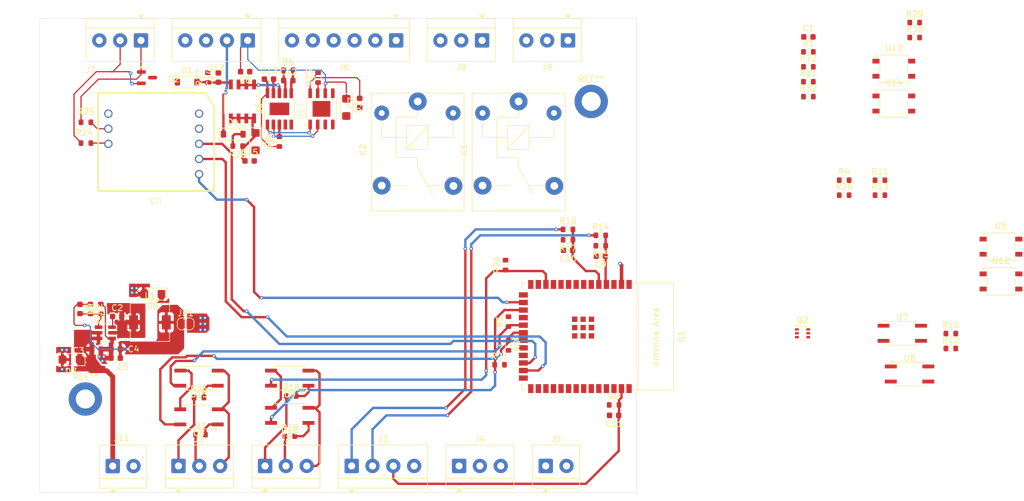
<source format=kicad_pcb>
(kicad_pcb (version 20241229) (generator "pcbnew") (generator_version "9.0")
  (layers (0 "F.Cu" signal) (4 "In1.Cu" signal) (6 "In2.Cu" signal) (2 "B.Cu" signal) (13 "F.Paste" user) (15 "B.Paste" user) (5 "F.SilkS" user "F.Silkscreen") (7 "B.SilkS" user "B.Silkscreen") (1 "F.Mask" user) (3 "B.Mask" user) (25 "Edge.Cuts" user))
  (net 0 "")
  (net 1 "+3.3V")
  (net 2 "/NIVARA_BOARD/VOLTAGE_AOUTPUT")
  (net 4 "/NIVARA_BOARD/mA_AOUTPUT+")
  (net 5 "Net-(D4-A)")
  (net 6 "Net-(D5-A1)")
  (net 7 "GND")
  (net 8 "Net-(U6-A0)")
  (net 9 "Net-(D6-A1)")
  (net 10 "Net-(Q2-1C)")
  (net 11 "Net-(Q2-2C)")
  (net 13 "Net-(R7-Pad2)")
  (net 14 "/NIVARA_BOARD/NPN_DINPUT_1")
  (net 15 "Net-(U1-EN)")
  (net 17 "Net-(R10-Pad2)")
  (net 18 "Net-(R12-Pad2)")
  (net 19 "/NIVARA_BOARD/PNP_DINPUT_0")
  (net 21 "Net-(R18-Pad2)")
  (net 22 "/NIVARA_BOARD/PNP_DINPUT_1")
  (net 23 "Net-(R19-Pad2)")
  (net 24 "Net-(R36-Pad2)")
  (net 26 "/NIVARA_BOARD/NPN_DINPUT_0")
  (net 28 "/NIVARA_BOARD/NPN_OUT_INTERFACE/NPN_EN1")
  (net 31 "/NIVARA_BOARD/PNP_OUT_INTERFACE/PNP_EN0")
  (net 33 "/NIVARA_BOARD/RS485_INTERFACE/UART_RX")
  (net 36 "/NIVARA_BOARD/~{RUN}{slash}STOP")
  (net 37 "/NIVARA_BOARD/RS485_INTERFACE/UART_TX")
  (net 39 "VCC")
  (net 40 "Net-(U2-SW)")
  (net 41 "Net-(U2-BST)")
  (net 42 "/NIVARA_BOARD/RS485_B")
  (net 44 "/NIVARA_BOARD/RS485_A")
  (net 45 "/NIVARA_BOARD/RS485_INTERFACE/~{TX}{slash}RX")
  (net 46 "/NIVARA_BOARD/RL2_OUTPUT_NC")
  (net 47 "/NIVARA_BOARD/RL2_OUTPUT_NO")
  (net 48 "/NIVARA_BOARD/RL2_COM")
  (net 49 "/NIVARA_BOARD/RL1_OUTPUT_NC")
  (net 50 "/NIVARA_BOARD/RL1_COM")
  (net 51 "/NIVARA_BOARD/RL1_OUTPUT_NO")
  (net 52 "/NIVARA_BOARD/RELAY_INTERFACE/RL2_EN")
  (net 53 "/NIVARA_BOARD/RELAY_INTERFACE/RL1_EN")
  (net 54 "/NIVARA_BOARD/VOLTAGE_AOUT_INTERFACE/SCLK")
  (net 55 "/NIVARA_BOARD/10V_AIN_INTERFACE/10V_ADC")
  (net 56 "/NIVARA_BOARD/VOLTAGE_AOUT_INTERFACE/SDA")
  (net 57 "/NIVARA_BOARD/VOLTAGE_AOUT_INTERFACE/SEL")
  (net 58 "/NIVARA_BOARD/mA_AINPUT")
  (net 59 "/NIVARA_BOARD/PNP_OUT_INTERFACE/PNP_EN1")
  (net 60 "/NIVARA_BOARD/PNP_IN_Mod/NPN_Output0")
  (net 61 "/NIVARA_BOARD/PNP_IN_Mod/NPN_Output1")
  (net 62 "/NIVARA_BOARD/DRY_INPUT_INTERFACE/DRY_OUT0")
  (net 63 "/NIVARA_BOARD/DRY_INPUT_INTERFACE/DRY_OUT1")
  (net 64 "/NIVARA_BOARD/NPN_OUT_INTERFACE/NPN_EN0")
  (net 66 "/NIVARA_BOARD/32V_AIN_INTERFACE/32V_ADC")
  (net 68 "Net-(U2-FB)")
  (net 69 "Net-(U3-B)")
  (net 70 "Net-(U3-A)")
  (net 71 "/NIVARA_BOARD/NPN_IN_Mod/NPN_Output1")
  (net 72 "NPNIN_GND")
  (net 73 "Net-(R4-Pad2)")
  (net 74 "/NIVARA_BOARD/NPN_DOUTPUT_0")
  (net 75 "Net-(U6-IOUT)")
  (net 76 "Net-(U6-SET)")
  (net 77 "Net-(U6-V5V)")
  (net 78 "/NIVARA_BOARD/DRY_DINPUT_0")
  (net 79 "/NIVARA_BOARD/DRY_DINPUT_1")
  (net 80 "PNPIN_GND")
  (net 81 "Net-(U11-V5V)")
  (net 82 "Net-(R26-Pad2)")
  (net 83 "/NIVARA_BOARD/PNP_DOUTPUT_0")
  (net 84 "Net-(R29-Pad2)")
  (net 85 "Net-(R30-Pad2)")
  (net 86 "/NIVARA_BOARD/PNP_DOUTPUT_1")
  (net 87 "/NIVARA_BOARD/NPN_IN_Mod/NPN_Output0")
  (net 88 "Net-(D1-A)")
  (net 89 "/NIVARA_BOARD/+32V_AINPUT")
  (net 90 "/NIVARA_BOARD/+10V_AINPUT")
  (net 91 "/NIVARA_BOARD/NPN_DOUTPUT_1")
  (footprint "Jumper:SolderJumper-2_P1.3mm_Open_RoundedPad1.0x1.5mm" (layer "F.Cu") (at 61.5 85.125)
    (property "Reference" "JP1")
    (property "Value" "SolderJumper_2_Open")
  )
  (footprint "PCM_Espressif:ESP32-S3-WROOM-1" (layer "F.Cu") (at 127.75 87.25 -90)
    (property "Reference" "U1")
    (property "Value" "ESP32-S3-WROOM-1")
  )
  (footprint "Resistor_SMD:R_0603_1608Metric" (layer "F.Cu") (at 77.25 54.5 90)
    (property "Reference" "R33")
    (property "Value" "10k")
  )
  (footprint "Diode_SMD:D_SOD-123" (layer "F.Cu") (at 69.5 53.25)
    (property "Reference" "D4")
    (property "Value" "1N4007")
  )
  (footprint "Resistor_SMD:R_0603_1608Metric" (layer "F.Cu") (at 125.75 71 180)
    (property "Reference" "R17")
    (property "Value" "16k")
  )
  (footprint "Resistor_SMD:R_0603_1608Metric" (layer "F.Cu") (at 125.75 69.25)
    (property "Reference" "R16")
    (property "Value" "51k")
  )
  (footprint "Resistor_SMD:R_0603_1608Metric" (layer "F.Cu") (at 45.5 82.625 -90)
    (property "Reference" "R2")
    (property "Value" "196k")
  )
  (footprint "TerminalBlock_4Ucon:TerminalBlock_4Ucon_1x02_P3.50mm_Horizontal" (layer "F.Cu") (at 122 109)
    (property "Reference" "J5")
    (property "Value" "Screw_Terminal_01x02")
  )
  (footprint "TerminalBlock_4Ucon:TerminalBlock_4Ucon_1x04_P3.50mm_Horizontal" (layer "F.Cu") (at 71.9375 37.5 180)
    (property "Reference" "J12")
    (property "Value" "Screw_Terminal_01x04")
  )
  (footprint "Resistor_SMD:R_0603_1608Metric" (layer "F.Cu") (at 79.25 97.25)
    (property "Reference" "R18")
    (property "Value" "910")
  )
  (footprint "Relay_THT:Relay_SPDT_SANYOU_SRD_Series_Form_C" (layer "F.Cu") (at 117.45 47.75 -90)
    (property "Reference" "K1")
    (property "Value" "SANYOU_SRD_Form_C")
  )
  (footprint "Resistor_SMD:R_0603_1608Metric" (layer "F.Cu") (at 70.25 55.25 180)
    (property "Reference" "R28")
    (property "Value" "15")
  )
  (footprint "Capacitor_SMD:C_0603_1608Metric" (layer "F.Cu") (at 50 83.875)
    (property "Reference" "C2")
    (property "Value" "100nF")
  )
  (footprint "Capacitor_SMD:C_0603_1608Metric" (layer "F.Cu") (at 75.5 44)
    (property "Reference" "C13")
    (property "Value" "1uF")
  )
  (footprint "Resistor_SMD:R_0603_1608Metric" (layer "F.Cu") (at 64 103.75)
    (property "Reference" "R7")
    (property "Value" "910")
  )
  (footprint "Package_TO_SOT_SMD:SOT-23" (layer "F.Cu") (at 55 43.75)
    (property "Reference" "D2")
    (property "Value" "SM712_SOT23")
  )
  (footprint "Resistor_SMD:R_0603_1608Metric" (layer "F.Cu") (at 115.75 84.75 90)
    (property "Reference" "R5")
    (property "Value" "412")
  )
  (footprint "Capacitor_SMD:C_0603_1608Metric" (layer "F.Cu") (at 72.25 57.75)
    (property "Reference" "C15")
    (property "Value" "100nF")
  )
  (footprint "Capacitor_SMD:C_0603_1608Metric" (layer "F.Cu") (at 166.145 36.91)
    (property "Reference" "C1")
    (property "Value" "1uF")
  )
  (footprint "Capacitor_SMD:C_0603_1608Metric" (layer "F.Cu") (at 133.5 100.5 180)
    (property "Reference" "C11")
    (property "Value" "100nF")
  )
  (footprint "TerminalBlock_4Ucon:TerminalBlock_4Ucon_1x03_P3.50mm_Horizontal" (layer "F.Cu") (at 125.75 37.5 180)
    (property "Reference" "J9")
    (property "Value" "Screw_Terminal_01x03")
  )
  (footprint "Capacitor_SMD:C_0603_1608Metric" (layer "F.Cu") (at 90.75 48 90)
    (property "Reference" "C7")
    (property "Value" "1uF")
  )
  (footprint "Package_TO_SOT_SMD:SOT-363_SC-70-6" (layer "F.Cu") (at 165.165 86.708)
    (property "Reference" "Q2")
    (property "Value" "~")
  )
  (footprint "Resistor_SMD:R_0603_1608Metric" (layer "F.Cu") (at 115.75 88.75 -90)
    (property "Reference" "R9")
    (property "Value" "412")
  )
  (footprint "Resistor_SMD:R_0603_1608Metric" (layer "F.Cu") (at 63.75 97.5)
    (property "Reference" "R36")
    (property "Value" "910")
  )
  (footprint "Resistor_SMD:R_0603_1608Metric" (layer "F.Cu") (at 184 37.01)
    (property "Reference" "R30")
    (property "Value" "100")
  )
  (footprint "Resistor_SMD:R_0603_1608Metric" (layer "F.Cu") (at 78.75 42.5)
    (property "Reference" "R6")
    (property "Value" "2.5k")
  )
  (footprint "Package_SO:SSOP-10-1EP_3.9x4.9mm_P1mm_EP2.1x3.3mm" (layer "F.Cu") (at 77.25 49 90)
    (property "Reference" "U6")
    (property "Value" "~")
  )
  (footprint "Capacitor_SMD:C_0603_1608Metric" (layer "F.Cu") (at 71.5 42.75 180)
    (property "Reference" "C8")
    (property "Value" "100nF")
  )
  (footprint "Riqi_Parts:eSOP-8" (layer "F.Cu") (at 81.1985 49.364 90)
    (property "Reference" "U11")
    (property "Value" "~")
  )
  (footprint "Package_SO:SO-4_4.4x3.6mm_P2.54mm" (layer "F.Cu") (at 63.75 94.25 180)
    (property "Reference" "U15")
    (property "Value" "LTV-357TB")
  )
  (footprint "Package_SO:SO-4_4.4x4.3mm_P2.54mm" (layer "F.Cu") (at 198.5 78)
    (property "Reference" "U12")
    (property "Value" "~")
  )
  (footprint "Package_SO:SO-4_4.4x3.6mm_P2.54mm" (layer "F.Cu") (at 63.75 100.75 180)
    (property "Reference" "U4")
    (property "Value" "LTV-357TB")
  )
  (footprint "Resistor_SMD:R_0603_1608Metric" (layer "F.Cu") (at 44.75 51.25 180)
    (property "Reference" "R25")
    (property "Value" "120")
  )
  (footprint "Resistor_SMD:R_0603_1608Metric" (layer "F.Cu") (at 172.155 60.99)
    (property "Reference" "R4")
    (property "Value" "100")
  )
  (footprint "Diode_SMD:D_SOD-123" (layer "F.Cu") (at 61.75 44.5)
    (property "Reference" "D1")
    (property "Value" "D_Zener")
  )
  (footprint "Capacitor_SMD:C_0603_1608Metric" (layer "F.Cu") (at 78.75 44.25)
    (property "Reference" "C12")
    (property "Value" "220pF")
  )
  (footprint "Resistor_SMD:R_0603_1608Metric" (layer "F.Cu") (at 65.25 43.75 90)
    (property "Reference" "R27")
    (property "Value" "100k")
  )
  (footprint "Resistor_SMD:R_0603_1608Metric" (layer "F.Cu") (at 133.5 98.75)
    (property "Reference" "R8")
    (property "Value" "120")
  )
  (footprint "TerminalBlock_4Ucon:TerminalBlock_4Ucon_1x03_P3.50mm_Horizontal" (layer "F.Cu") (at 107.45 109)
    (property "Reference" "J4")
    (property "Value" "Screw_Terminal_01x03")
  )
  (footprint "Diode_SMD:D_SMF" (layer "F.Cu") (at 88.5 48.75 -90)
    (property "Reference" "D3")
    (property "Value" "SMF24A")
  )
  (footprint "MountingHole:MountingHole_3.2mm_M3_DIN965_Pad" (layer "F.Cu") (at 129.65 47.75)
    (property "Reference" "REF**")
    (property "Value" "MountingHole_3.2mm_M3_DIN965_Pad")
  )
  (footprint "Diode_SMD:D_SMF" (layer "F.Cu") (at 42.25 91.125 180)
    (property "Reference" "D7")
    (property "Value" "SMF24A")
  )
  (footprint "TerminalBlock_4Ucon:TerminalBlock_4Ucon_1x03_P3.50mm_Horizontal" (layer "F.Cu") (at 60.3 109)
    (property "Reference" "J1")
    (property "Value" "Screw_Terminal_01x03")
  )
  (footprint "Riqi_Parts:YLPTEC RSM3485ECHT" (layer "F.Cu") (at 66.3 46.3 180)
    (property "Reference" "U3")
    (property "Value" "~")
  )
  (footprint "Relay_THT:Relay_SPDT_SANYOU_SRD_Series_Form_C" (layer "F.Cu") (at 100.5 47.75 -90)
    (property "Reference" "K2")
    (property "Value" "SANYOU_SRD_Form_C")
  )
  (footprint "Resistor_SMD:R_0603_1608Metric" (layer "F.Cu") (at 83.75 43.75 90)
    (property "Reference" "R23")
    (property "Value" "10k")
  )
  (footprint "Capacitor_SMD:C_0603_1608Metric" (layer "F.Cu") (at 131.25 73.75 180)
    (property "Reference" "C9")
    (property "Value" "100nF")
  )
  (footprint "Resistor_SMD:R_0603_1608Metric" (layer "F.Cu") (at 47.25 82.625 90)
    (property "Reference" "R3")
    (property "Value" "62k")
  )
  (footprint "TerminalBlock_4Ucon:TerminalBlock_4Ucon_1x03_P3.50mm_Horizontal" (layer "F.Cu") (at 54 37.5 180)
    (property "Reference" "J7")
    (property "Value" "Screw_Terminal_01x03")
  )
  (footprint "Resistor_SMD:R_0603_1608Metric" (layer "F.Cu") (at 44.75 54.75 180)
    (property "Reference" "R24")
    (property "Value" "120")
  )
  (footprint "Capacitor_SMD:C_0603_1608Metric" (layer "F.Cu") (at 49.75 90.875)
    (property "Reference" "C5")
    (property "Value" "22uF")
  )
  (footprint "Package_SO:SO-4_4.4x4.3mm_P2.54mm" (layer "F.Cu") (at 180.5 48.1)
    (property "Reference" "U14")
    (property "Value" "~")
  )
  (footprint "Resistor_SMD:R_0603_1608Metric" (layer "F.Cu") (at 79 104)
    (property "Reference" "R19")
    (property "Value" "910")
  )
  (footprint "Package_SO:SO-4_4.4x3.6mm_P2.54mm" (layer "F.Cu") (at 181.915 86.708)
    (property "Reference" "U7")
    (property "Value" "LTV-357TB")
  )
  (footprint "Package_SO:SO-4_4.4x4.3mm_P2.54mm" (layer "F.Cu") (at 180.5 42.25)
    (property "Reference" "U13")
    (property "Value" "~")
  )
  (footprint "Capacitor_SMD:C_0603_1608Metric" (layer "F.Cu") (at 43.75 82.625 -90)
    (property "Reference" "C6")
    (property "Value" "100pF")
  )
  (footprint "Capacitor_SMD:C_0603_1608Metric" (layer "F.Cu") (at 49.75 89.375)
    (property "Reference" "C4")
    (property "Value" "22uF")
  )
  (footprint "Capacitor_SMD:C_0603_1608Metric" (layer "F.Cu") (at 67 43.75 90)
    (property "Reference" "C14")
    (property "Value" "1uF")
  )
  (footprint "Resistor_SMD:R_0603_1608Metric" (layer "F.Cu") (at 114.25 92)
    (property "Reference" "R21")
    (property "Value" "412")
  )
  (footprint "TerminalBlock_4Ucon:TerminalBlock_4Ucon_1x02_P3.50mm_Horizontal" (layer "F.Cu") (at 49.25 109.0175)
    (property "Reference" "J11")
    (property "Value" "Screw_Terminal_01x02")
  )
  (footprint "Package_SO:SO-4_4.4x3.6mm_P2.54mm" (layer "F.Cu") (at 79 100.5 180)
    (property "Reference" "U10")
    (property "Value" "LTV-357TB")
  )
  (footprint "Inductor_SMD:L_6.3x6.3_H3" (layer "F.Cu") (at 55.5 84.875)
    (property "Reference" "L1")
    (property "Value" "6.8uH")
  )
  (footprint "Resistor_SMD:R_0603_1608Metric" (layer "F.Cu") (at 131.25 70.25)
    (property "Reference" "R14")
    (property "Value" "160k")
  )
  (footprint "Capacitor_SMD:C_0603_1608Metric" (layer "F.Cu") (at 46.5 89.375 180)
    (property "Reference" "C3")
    (property "Value" "10uF")
  )
  (footprint "Package_SO:SO-4_4.4x4.3mm_P2.54mm" (layer "F.Cu") (at 198.5 72.15)
    (property "Reference" "U5")
    (property "Value" "~")
  )
  (footprint "Package_SO:SO-4_4.4x3.6mm_P2.54mm" (layer "F.Cu") (at 79 94.25 180)
    (property "Reference" "U9")
    (property "Value" "LTV-357TB")
  )
  (footprint "Resistor_SMD:R_0603_1608Metric" (layer "F.Cu") (at 166.145 46.95)
    (property "Reference" "R32")
    (property "Value" "4.7k")
  )
  (footprint "Package_SO:SO-4_4.4x3.6mm_P2.54mm" (layer "F.Cu") (at 183.14 93.55)
    (property "Reference" "U8")
    (property "Value" "LTV-357TB")
  )
  (footprint "TerminalBlock_4Ucon:TerminalBlock_4Ucon_1x06_P3.50mm_Horizontal" (layer "F.Cu") (at 96.875 37.5 180)
    (property "Reference" "J6")
    (property "Value" "Screw_Terminal_01x06")
  )
  (footprint "Diode_SMD:D_SMF" (layer "F.Cu") (at 56 80.125 180)
    (property "Reference" "D6")
    (property "Value" "SMF24A")
  )
  (footprint "MountingHole:MountingHole_3.2mm_M3_DIN965_Pad" (layer "F.Cu") (at 44.65 97.75)
    (property "Reference" "REF**")
    (property "Value" "MountingHole_3.2mm_M3_DIN965_Pad")
  )
  (footprint "Resistor_SMD:R_0603_1608Metric" (layer "F.Cu") (at 166.145 39.42)
    (property "Reference" "R1")
    (property "Value" "10k")
  )
  (footprint "Resistor_SMD:R_0603_1608Metric" (layer "F.Cu") (at 190.07 86.75)
    (property "Reference" "R10")
    (property "Value" "910")
  )
  (footprint "Riqi_Parts:SO-8" (layer "F.Cu") (at 71 47.75 180)
    (property "Reference" "T1")
    (property "Value" "IRF9310TRPBF")
  )
  (footprint "Resistor_SMD:R_0603_1608Metric" (layer "F.Cu") (at 166.145 44.44)
    (property "Reference" "R31")
    (property "Value" "4.7k")
  )
  (footprint "TerminalBlock_4Ucon:TerminalBlock_4Ucon_1x03_P3.50mm_Horizontal" (layer "F.Cu") (at 111.3125 37.5 180)
    (property "Reference" "J8")
    (property "Value" "Screw_Terminal_01x03")
  )
  (footprint "Package_TO_SOT_SMD:TSOT-23-6" (layer "F.Cu") (at 48 86.625)
    (property "Reference" "U2")
    (property "Value" "AP63200WU")
  )
  (footprint "TerminalBlock_4Ucon:TerminalBlock_4Ucon_1x03_P3.50mm_Horizontal" (layer "F.Cu") (at 74.85 109)
    (property "Reference" "J2")
    (property "Value" "Screw_Terminal_01x03")
  )
  (footprint "Resistor_SMD:R_0603_1608Metric" (layer "F.Cu") (at 190.07 89.26)
    (property "Reference" "R12")
    (property "Value" "910")
  )
  (footprint "TerminalBlock_4Ucon:TerminalBlock_4Ucon_1x04_P3.50mm_Horizontal" (layer "F.Cu") (at 89.4 109)
    (property "Reference" "J3")
    (property "Value" "Screw_Terminal_01x04")
  )
  (footprint "Resistor_SMD:R_0603_1608Metric" (layer "F.Cu") (at 115.25 75.25 90)
    (property "Reference" "R20")
    (property "Value" "412")
  )
  (footprint "Resistor_SMD:R_0603_1608Metric" (layer "F.Cu") (at 172.155 63.5)
    (property "Reference" "R26")
    (property "Value" "100")
  )
  (footprint "Resistor_SMD:R_0603_1608Metric" (layer "F.Cu") (at 178.165 60.99)
    (property "Reference" "R11")
    (property "Value" "412")
  )
  (footprint "Resistor_SMD:R_0603_1608Metric" (layer "F.Cu") (at 184 34.5)
    (property "Reference" "R29")
    (property "Value" "100")
  )
  (footprint "Resistor_SMD:R_0603_1608Metric" (layer "F.Cu") (at 131.25 72 180)
    (property "Reference" "R15")
    (property "Value" "13k")
  )
  (footprint "Diode_SMD:D_SMF" (layer "F.Cu") (at 73.25 54.5 -90)
    (property "Reference" "D5")
    (property "Value" "SMF24A")
  )
  (footprint "Resistor_SMD:R_0603_1608Metric" (layer "F.Cu") (at 166.145 41.93)
    (property "Reference" "R22")
    (property "Value" "10k")
  )
  (footprint "Capacitor_SMD:C_0603_1608Metric" (layer "F.Cu") (at 125.75 72.75 180)
    (property "Reference" "C10")
    (property "Value" "100nF")
  )
  (footprint "Resistor_SMD:R_0603_1608Metric" (layer "F.Cu") (at 178.165 63.5)
    (property "Reference" "R13")
    (property "Value" "412")
  )
  (gr_rect (start 37 33.75) (end 137.25 113.5) (stroke (width 0.05)) (fill no) (layer "Edge.Cuts"))
  (segment (start 134.5 75) (end 134.75 75.25) (width 0.6) (layer "F.Cu") (net 1))
  (segment (start 134.75 78.49) (end 134.74 78.5) (width 0.6) (layer "F.Cu") (net 1))
  (segment (start 134.75 75.25) (end 134.75 78.49) (width 0.6) (layer "F.Cu") (net 1))
  (via (at 64.75 85.125) (size 0.6) (drill 0.3) (layers "F.Cu" "B.Cu") (net 1))
  (via (at 64 86.125) (size 0.6) (drill 0.3) (layers "F.Cu" "B.Cu") (net 1))
  (via (at 64.75 86.125) (size 0.6) (drill 0.3) (layers "F.Cu" "B.Cu") (net 1))
  (via (at 64.75 84.125) (size 0.6) (drill 0.3) (layers "F.Cu" "B.Cu") (net 1))
  (via (at 64 85.125) (size 0.6) (drill 0.3) (layers "F.Cu" "B.Cu") (net 1))
  (via (at 134.5 75) (size 0.6) (drill 0.3) (layers "F.Cu" "B.Cu") (net 1))
  (via (at 64 84.125) (size 0.6) (drill 0.3) (layers "F.Cu" "B.Cu") (net 1))
  (segment (start 70.725 42.75) (end 70.725 38.7125) (width 0.2) (layer "F.Cu") (net 2))
  (segment (start 70.725 38.7125) (end 71.9375 37.5) (width 0.2) (layer "F.Cu") (net 2))
  (segment (start 88.25 44.5) (end 85.25 44.5) (width 0.2) (layer "F.Cu") (net 2))
  (segment (start 85 44.75) (end 84.9615 44.7885) (width 0.2) (layer "F.Cu") (net 2))
  (segment (start 88.5 47.3) (end 88.5 44.75) (width 0.2) (layer "F.Cu") (net 2))
  (segment (start 85.25 44.5) (end 85 44.75) (width 0.2) (layer "F.Cu") (net 2))
  (segment (start 88.5 44.75) (end 88.25 44.5) (width 0.2) (layer "F.Cu") (net 2))
  (segment (start 84.9615 44.7885) (end 84.9615 46.375) (width 0.2) (layer "F.Cu") (net 2))
  (via (at 85 44.75) (size 0.6) (drill 0.3) (layers "F.Cu" "B.Cu") (net 2))
  (segment (start 71.9375 37.5) (end 71.9375 40.6875) (width 0.2) (layer "B.Cu") (net 2))
  (segment (start 85 43.25) (end 85 44.75) (width 0.2) (layer "B.Cu") (net 2))
  (segment (start 73.75 42.5) (end 84.25 42.5) (width 0.2) (layer "B.Cu") (net 2))
  (segment (start 71.9375 40.6875) (end 73.75 42.5) (width 0.2) (layer "B.Cu") (net 2))
  (segment (start 84.25 42.5) (end 85 43.25) (width 0.2) (layer "B.Cu") (net 2))
  (segment (start 67.85 46.65) (end 68.25 46.25) (width 0.4) (layer "F.Cu") (net 4))
  (segment (start 67.85 53.25) (end 67.85 46.65) (width 0.4) (layer "F.Cu") (net 4))
  (via (at 68.25 46.25) (size 0.6) (drill 0.3) (layers "F.Cu" "B.Cu") (net 4))
  (segment (start 68.25 46.25) (end 68.25 45.75) (width 0.4) (layer "B.Cu") (net 4))
  (segment (start 68.4375 45.5625) (end 68.4375 37.5) (width 0.4) (layer "B.Cu") (net 4))
  (segment (start 68.25 45.75) (end 68.4375 45.5625) (width 0.4) (layer "B.Cu") (net 4))
  (segment (start 69.425 55.25) (end 69.425 53.575) (width 0.4) (layer "F.Cu") (net 5))
  (segment (start 69.75 53.25) (end 71.15 53.25) (width 0.4) (layer "F.Cu") (net 5))
  (segment (start 69.425 53.575) (end 69.75 53.25) (width 0.4) (layer "F.Cu") (net 5))
  (segment (start 72.75 53.05) (end 72.75 50.8) (width 0.4) (layer "F.Cu") (net 6))
  (segment (start 71.075 55.25) (end 71.075 57.35) (width 0.4) (layer "F.Cu") (net 6))
  (segment (start 72.75 50.8) (end 73 50.55) (width 0.4) (layer "F.Cu") (net 6))
  (segment (start 71.5 55.25) (end 73.25 53.5) (width 0.4) (layer "F.Cu") (net 6))
  (segment (start 69.1 50.55) (end 73 50.55) (width 0.4) (layer "F.Cu") (net 6))
  (segment (start 71.075 57.35) (end 71.475 57.75) (width 0.4) (layer "F.Cu") (net 6))
  (segment (start 71.075 55.25) (end 71.5 55.25) (width 0.4) (layer "F.Cu") (net 6))
  (segment (start 73.25 53.5) (end 73.25 53.05) (width 0.4) (layer "F.Cu") (net 6))
  (segment (start 76.25 44.025) (end 76.275 44) (width 0.4) (layer "F.Cu") (net 7))
  (segment (start 79.525 44.25) (end 79.525 42.55) (width 0.4) (layer "F.Cu") (net 7))
  (segment (start 76.48 92.98) (end 77.5 94) (width 0.4) (layer "F.Cu") (net 7))
  (segment (start 48.475001 87.575) (end 49.1375 87.575) (width 0.2) (layer "F.Cu") (net 7))
  (segment (start 79.25 44.525) (end 79.525 44.25) (width 0.4) (layer "F.Cu") (net 7))
  (segment (start 48.026 87.125999) (end 48.475001 87.575) (width 0.2) (layer "F.Cu") (net 7))
  (segment (start 47.25 81.8) (end 47.425 81.8) (width 0.2) (layer "F.Cu") (net 7))
  (segment (start 48.026 82.401) (end 48.026 87.125999) (width 0.2) (layer "F.Cu") (net 7))
  (segment (start 47.425 81.8) (end 48.026 82.401) (width 0.2) (layer "F.Cu") (net 7))
  (segment (start 60.6 92.98) (end 61.98 92.98) (width 0.4) (layer "F.Cu") (net 7))
  (segment (start 62.5 93.5) (end 62.5 95.75) (width 0.4) (layer "F.Cu") (net 7))
  (segment (start 79.25 46.3625) (end 79.25 44.525) (width 0.4) (layer "F.Cu") (net 7))
  (segment (start 76.25 46.3625) (end 76.25 44.025) (width 0.4) (layer "F.Cu") (net 7))
  (segment (start 77.5 94) (end 77.5 97.75) (width 0.4) (layer "F.Cu") (net 7))
  (segment (start 61.98 92.98) (end 62.5 93.5) (width 0.4) (layer "F.Cu") (net 7))
  (segment (start 62.5 95.75) (end 60.6 97.65) (width 0.4) (layer "F.Cu") (net 7))
  (segment (start 76.02 99.23) (end 75.85 99.23) (width 0.4) (layer "F.Cu") (net 7))
  (segment (start 60.6 97.65) (end 60.6 99.48) (width 0.4) (layer "F.Cu") (net 7))
  (segment (start 79.525 42.55) (end 79.575 42.5) (width 0.4) (layer "F.Cu") (net 7))
  (segment (start 75.85 92.98) (end 76.48 92.98) (width 0.4) (layer "F.Cu") (net 7))
  (segment (start 77.5 97.75) (end 76.02 99.23) (width 0.4) (layer "F.Cu") (net 7))
  (via (at 53.25 79.875) (size 0.6) (drill 0.3) (layers "F.Cu" "B.Cu") (net 7))
  (via (at 47 90.625) (size 0.6) (drill 0.3) (layers "F.Cu" "B.Cu") (net 7))
  (via (at 52.5 79.125) (size 0.6) (drill 0.3) (layers "F.Cu" "B.Cu") (net 7))
  (via (at 40.75 92.75) (size 0.6) (drill 0.3) (layers "F.Cu" "B.Cu") (net 7))
  (via (at 41.5 89.5) (size 0.6) (drill 0.3) (layers "F.Cu" "B.Cu") (net 7))
  (via (at 47.5 91.375) (size 0.6) (drill 0.3) (layers "F.Cu" "B.Cu") (net 7))
  (via (at 41.5 92.75) (size 0.6) (drill 0.3) (layers "F.Cu" "B.Cu") (net 7))
  (via (at 40.75 89.5) (size 0.6) (drill 0.3) (layers "F.Cu" "B.Cu") (net 7))
  (via (at 52.5 79.875) (size 0.6) (drill 0.3) (layers "F.Cu" "B.Cu") (net 7))
  (via (at 53.25 79.125) (size 0.6) (drill 0.3) (layers "F.Cu" "B.Cu") (net 7))
  (via (at 47.75 90.625) (size 0.6) (drill 0.3) (layers "F.Cu" "B.Cu") (net 7))
  (segment (start 77.25 53.675) (end 77.25 51.6375) (width 0.4) (layer "F.Cu") (net 8))
  (segment (start 42.75 85.125) (end 43 85.375) (width 0.2) (layer "F.Cu") (net 9))
  (segment (start 57.5 89.375) (end 58.25 88.625) (width 0.2) (layer "F.Cu") (net 9))
  (segment (start 43.75 81.85) (end 45.45 81.85) (width 0.2) (layer "F.Cu") (net 9))
  (segment (start 43.75 81.85) (end 43.275 81.85) (width 0.2) (layer "F.Cu") (net 9))
  (segment (start 58.25 88.625) (end 58.25 84.875) (width 0.2) (layer "F.Cu") (net 9))
  (segment (start 51.75 89.375) (end 50.525 89.375) (width 0.2) (layer "F.Cu") (net 9))
  (segment (start 43.275 81.85) (end 42.75 82.375) (width 0.2) (layer "F.Cu") (net 9))
  (segment (start 50.525 90.875) (end 50.525 89.375) (width 0.2) (layer "F.Cu") (net 9))
  (segment (start 45.45 81.85) (end 45.5 81.8) (width 0.2) (layer "F.Cu") (net 9))
  (segment (start 42.75 82.375) (end 42.75 85.125) (width 0.2) (layer "F.Cu") (net 9))
  (segment (start 43 85.375) (end 44.5 85.375) (width 0.2) (layer "F.Cu") (net 9))
  (segment (start 52.5 89.375) (end 57.5 89.375) (width 0.2) (layer "F.Cu") (net 9))
  (segment (start 51.75 89.375) (end 52.5 89.375) (width 0.2) (layer "F.Cu") (net 9))
  (via (at 51.75 89.375) (size 0.6) (drill 0.3) (layers "F.Cu" "B.Cu") (net 9))
  (via (at 44.5 85.375) (size 0.6) (drill 0.3) (layers "F.Cu" "B.Cu") (net 9))
  (segment (start 45.5 85.625) (end 45.5 88.125) (width 0.2) (layer "B.Cu") (net 9))
  (segment (start 45.25 85.375) (end 45.5 85.625) (width 0.2) (layer "B.Cu") (net 9))
  (segment (start 46.75 89.375) (end 51.75 89.375) (width 0.2) (layer "B.Cu") (net 9))
  (segment (start 44.5 85.375) (end 45.25 85.375) (width 0.2) (layer "B.Cu") (net 9))
  (segment (start 45.5 88.125) (end 46.75 89.375) (width 0.2) (layer "B.Cu") (net 9))
  (segment (start 65.48 102.02) (end 66.9 102.02) (width 0.4) (layer "F.Cu") (net 13))
  (segment (start 64.825 103.75) (end 64.825 102.675) (width 0.4) (layer "F.Cu") (net 13))
  (segment (start 64.825 102.675) (end 65.48 102.02) (width 0.4) (layer "F.Cu") (net 13))
  (segment (start 63.175 103.75) (end 63.175 108.375) (width 0.4) (layer "F.Cu") (net 14))
  (segment (start 63.175 108.375) (end 63.8 109) (width 0.4) (layer "F.Cu") (net 14))
  (segment (start 78.425 97.25) (end 78.425 102.325) (width 0.4) (layer "F.Cu") (net 19))
  (segment (start 74.85 105.9) (end 74.85 109) (width 0.4) (layer "F.Cu") (net 19))
  (segment (start 78.425 102.325) (end 74.85 105.9) (width 0.4) (layer "F.Cu") (net 19))
  (segment (start 81.5 97.25) (end 82.15 96.6) (width 0.4) (layer "F.Cu") (net 21))
  (segment (start 80.075 97.25) (end 81.5 97.25) (width 0.4) (layer "F.Cu") (net 21))
  (segment (start 82.15 96.6) (end 82.15 95.52) (width 0.4) (layer "F.Cu") (net 21))
  (segment (start 78.175 108.825) (end 78.35 109) (width 0.4) (layer "F.Cu") (net 22))
  (segment (start 78.175 104) (end 78.175 108.825) (width 0.4) (layer "F.Cu") (net 22))
  (segment (start 79.825 104) (end 81.25 104) (width 0.4) (layer "F.Cu") (net 23))
  (segment (start 81.25 104) (end 82.15 103.1) (width 0.4) (layer "F.Cu") (net 23))
  (segment (start 82.15 103.1) (end 82.15 101.77) (width 0.4) (layer "F.Cu") (net 23))
  (segment (start 65.23 95.52) (end 66.9 95.52) (width 0.4) (layer "F.Cu") (net 24))
  (segment (start 64.575 96.175) (end 65.23 95.52) (width 0.4) (layer "F.Cu") (net 24))
  (segment (start 64.575 97.5) (end 64.575 96.175) (width 0.4) (layer "F.Cu") (net 24))
  (segment (start 60.3 104.7) (end 60.3 109) (width 0.4) (layer "F.Cu") (net 26))
  (segment (start 62.925 102.075) (end 60.3 104.7) (width 0.4) (layer "F.Cu") (net 26))
  (segment (start 62.925 97.5) (end 62.925 102.075) (width 0.4) (layer "F.Cu") (net 26))
  (segment (start 74.5 84) (end 75.25 84) (width 0.4) (layer "F.Cu") (net 33))
  (segment (start 63.76 57.42) (end 67.67 57.42) (width 0.4) (layer "F.Cu") (net 33))
  (segment (start 120.785 92.965) (end 118.25 92.965) (width 0.4) (layer "F.Cu") (net 33))
  (segment (start 121.5 92.25) (end 120.785 92.965) (width 0.4) (layer "F.Cu") (net 33))
  (segment (start 67.67 57.42) (end 68.25 58) (width 0.4) (layer "F.Cu") (net 33))
  (segment (start 68.25 58) (end 68.25 81.349942) (width 0.4) (layer "F.Cu") (net 33))
  (segment (start 70.900058 84) (end 74.5 84) (width 0.4) (layer "F.Cu") (net 33))
  (segment (start 68.25 81.349942) (end 70.900058 84) (width 0.4) (layer "F.Cu") (net 33))
  (via (at 121.5 92.25) (size 0.6) (drill 0.3) (layers "F.Cu" "B.Cu") (net 33))
  (via (at 75.25 84) (size 0.6) (drill 0.3) (layers "F.Cu" "B.Cu") (net 33))
  (segment (start 78.5 87.25) (end 121 87.25) (width 0.4) (layer "B.Cu") (net 33))
  (segment (start 122 91.75) (end 121.5 92.25) (width 0.4) (layer "B.Cu") (net 33))
  (segment (start 75.25 84) (end 78.5 87.25) (width 0.4) (layer "B.Cu") (net 33))
  (segment (start 122 88.25) (end 122 91.25) (width 0.4) (layer "B.Cu") (net 33))
  (segment (start 122 91.25) (end 122 91.75) (width 0.4) (layer "B.Cu") (net 33))
  (segment (start 121 87.25) (end 122 88.25) (width 0.4) (layer "B.Cu") (net 33))
  (segment (start 67.63 54.88) (end 69.25 56.5) (width 0.4) (layer "F.Cu") (net 37))
  (segment (start 119.305 91.695) (end 118.25 91.695) (width 0.4) (layer "F.Cu") (net 37))
  (segment (start 120.25 90.75) (end 119.305 91.695) (width 0.4) (layer "F.Cu") (net 37))
  (segment (start 69.25 81) (end 71.25 83) (width 0.4) (layer "F.Cu") (net 37))
  (segment (start 71.25 83) (end 71.75 83) (width 0.4) (layer "F.Cu") (net 37))
  (segment (start 69.25 56.5) (end 69.25 81) (width 0.4) (layer "F.Cu") (net 37))
  (segment (start 63.76 54.88) (end 67.63 54.88) (width 0.4) (layer "F.Cu") (net 37))
  (via (at 120.25 90.75) (size 0.6) (drill 0.3) (layers "F.Cu" "B.Cu") (net 37))
  (via (at 71.75 83) (size 0.6) (drill 0.3) (layers "F.Cu" "B.Cu") (net 37))
  (segment (start 71.75 83) (end 77.25 88.5) (width 0.4) (layer "B.Cu") (net 37))
  (segment (start 120.25 88.5) (end 120.25 90.75) (width 0.4) (layer "B.Cu") (net 37))
  (segment (start 77.25 88.5) (end 106 88.5) (width 0.4) (layer "B.Cu") (net 37))
  (segment (start 106 88.5) (end 106.5 88) (width 0.4) (layer "B.Cu") (net 37))
  (segment (start 106.5 88) (end 119.75 88) (width 0.4) (layer "B.Cu") (net 37))
  (segment (start 119.75 88) (end 120.25 88.5) (width 0.4) (layer "B.Cu") (net 37))
  (segment (start 49.25 94) (end 48.25 93) (width 0.8) (layer "F.Cu") (net 39))
  (segment (start 45.575 93) (end 43.7 91.125) (width 0.8) (layer "F.Cu") (net 39))
  (segment (start 48.25 93) (end 45.575 93) (width 0.8) (layer "F.Cu") (net 39))
  (segment (start 49.25 109.0175) (end 49.25 94) (width 0.8) (layer "F.Cu") (net 39))
  (segment (start 49.225 83.875) (end 49.225 85.5875) (width 0.2) (layer "F.Cu") (net 41))
  (segment (start 49.225 85.5875) (end 49.1375 85.675) (width 0.2) (layer "F.Cu") (net 41))
  (segment (start 52 42.75) (end 52.25 43) (width 0.2) (layer "F.Cu") (net 42))
  (segment (start 54.0125 44.75) (end 54.0625 44.7) (width 0.2) (layer "F.Cu") (net 42))
  (segment (start 52.5 44.75) (end 54.0125 44.75) (width 0.2) (layer "F.Cu") (net 42))
  (segment (start 50.05 37.95) (end 50.5 37.5) (width 0.2) (layer "F.Cu") (net 42))
  (segment (start 49 42.75) (end 52 42.75) (width 0.2) (layer "F.Cu") (net 42))
  (segment (start 42.75 53.5) (end 42.75 46.5) (width 0.2) (layer "F.Cu") (net 42))
  (segment (start 50.5 41.5) (end 50.5 37.5) (width 0.2) (layer "F.Cu") (net 42))
  (segment (start 49 42.75) (end 49.25 42.75) (width 0.2) (layer "F.Cu") (net 42))
  (segment (start 42.75 46.5) (end 46.5 42.75) (width 0.2) (layer "F.Cu") (net 42))
  (segment (start 49.25 42.75) (end 50.5 41.5) (width 0.2) (layer "F.Cu") (net 42))
  (segment (start 46.5 42.75) (end 49 42.75) (width 0.2) (layer "F.Cu") (net 42))
  (segment (start 43.925 54.75) (end 43.925 54.675) (width 0.2) (layer "F.Cu") (net 42))
  (segment (start 43.925 54.675) (end 42.75 53.5) (width 0.2) (layer "F.Cu") (net 42))
  (via (at 52.25 43) (size 0.6) (drill 0.3) (layers "F.Cu" "B.Cu") (net 42))
  (via (at 52.5 44.75) (size 0.6) (drill 0.3) (layers "F.Cu" "B.Cu") (net 42))
  (segment (start 52.25 44.5) (end 52.5 44.75) (width 0.2) (layer "B.Cu") (net 42))
  (segment (start 52.25 43) (end 52.25 44.5) (width 0.2) (layer "B.Cu") (net 42))
  (segment (start 54 43.25) (end 53.25 44) (width 0.2) (layer "F.Cu") (net 44))
  (segment (start 46.85 44) (end 43.925 46.925) (width 0.2) (layer "F.Cu") (net 44))
  (segment (start 43.925 46.925) (end 43.925 51.25) (width 0.2) (layer "F.Cu") (net 44))
  (segment (start 54 37.5) (end 54 43.25) (width 0.2) (layer "F.Cu") (net 44))
  (segment (start 53.25 44) (end 46.85 44) (width 0.2) (layer "F.Cu") (net 44))
  (segment (start 73 79.75) (end 74 80.75) (width 0.4) (layer "F.Cu") (net 45))
  (segment (start 118.215 81.5) (end 118.25 81.535) (width 0.4) (layer "F.Cu") (net 45))
  (segment (start 73 65.5) (end 73 79.75) (width 0.4) (layer "F.Cu") (net 45))
  (segment (start 115.5 81.5) (end 118.215 81.5) (width 0.4) (layer "F.Cu") (net 45))
  (segment (start 72.5 65) (end 73 65.5) (width 0.4) (layer "F.Cu") (net 45))
  (segment (start 74 80.75) (end 74.25 80.75) (width 0.4) (layer "F.Cu") (net 45))
  (segment (start 71.75 64.25) (end 72.5 65) (width 0.4) (layer "F.Cu") (net 45))
  (via (at 74.25 80.75) (size 0.6) (drill 0.3) (layers "F.Cu" "B.Cu") (net 45))
  (via (at 115.5 81.5) (size 0.6) (drill 0.3) (layers "F.Cu" "B.Cu") (net 45))
  (via (at 71.75 64.25) (size 0.6) (drill 0.3) (layers "F.Cu" "B.Cu") (net 45))
  (segment (start 114.75 81.5) (end 115.5 81.5) (width 0.4) (layer "B.Cu") (net 45))
  (segment (start 66.75 64.25) (end 71.75 64.25) (width 0.4) (layer "B.Cu") (net 45))
  (segment (start 74.25 80.75) (end 114 80.75) (width 0.4) (layer "B.Cu") (net 45))
  (segment (start 63.76 59.96) (end 63.76 61.26) (width 0.4) (layer "B.Cu") (net 45))
  (segment (start 114 80.75) (end 114.75 81.5) (width 0.4) (layer "B.Cu") (net 45))
  (segment (start 63.76 61.26) (end 66.75 64.25) (width 0.4) (layer "B.Cu") (net 45))
  (segment (start 75.75 53) (end 75.25 52.5) (width 0.2) (layer "F.Cu") (net 54))
  (segment (start 75.25 52.5) (end 75.25 51.6375) (width 0.2) (layer "F.Cu") (net 54))
  (segment (start 82.4215 51.625) (end 82.4215 52.8285) (width 0.2) (layer "F.Cu") (net 54))
  (segment (start 82.4215 52.8285) (end 82.25 53) (width 0.2) (layer "F.Cu") (net 54))
  (via (at 82.25 53) (size 0.6) (drill 0.3) (layers "F.Cu" "B.Cu") (net 54))
  (via (at 75.75 53) (size 0.6) (drill 0.3) (layers "F.Cu" "B.Cu") (net 54))
  (segment (start 82.25 53) (end 75.75 53) (width 0.2) (layer "B.Cu") (net 54))
  (segment (start 126.575 72.7) (end 126.525 72.75) (width 0.4) (layer "F.Cu") (net 55))
  (segment (start 130.36 76.25) (end 130.93 76.82) (width 0.4) (layer "F.Cu") (net 55))
  (segment (start 130.93 76.82) (end 130.93 78.5) (width 0.4) (layer "F.Cu") (net 55))
  (segment (start 126.575 69.25) (end 126.575 72.7) (width 0.4) (layer "F.Cu") (net 55))
  (segment (start 126.525 72.75) (end 126.525 74.025) (width 0.4) (layer "F.Cu") (net 55))
  (segment (start 126.525 74.025) (end 128.75 76.25) (width 0.4) (layer "F.Cu") (net 55))
  (segment (start 128.75 76.25) (end 130.36 76.25) (width 0.4) (layer "F.Cu") (net 55))
  (segment (start 83.6915 51.625) (end 83.6915 52.689874) (width 0.2) (layer "F.Cu") (net 56))
  (segment (start 76.275 53.603634) (end 76.351 53.527634) (width 0.2) (layer "F.Cu") (net 56))
  (segment (start 76.351 51.7385) (end 76.25 51.6375) (width 0.2) (layer "F.Cu") (net 56))
  (segment (start 83.6915 52.689874) (end 82.815687 53.565687) (width 0.2) (layer "F.Cu") (net 56))
  (segment (start 76.351 53.527634) (end 76.351 51.7385) (width 0.2) (layer "F.Cu") (net 56))
  (via (at 76.275 53.603634) (size 0.6) (drill 0.3) (layers "F.Cu" "B.Cu") (net 56))
  (via (at 82.815687 53.565687) (size 0.6) (drill 0.3) (layers "F.Cu" "B.Cu") (net 56))
  (segment (start 82.77774 53.603634) (end 76.275 53.603634) (width 0.2) (layer "B.Cu") (net 56))
  (segment (start 82.815687 53.565687) (end 82.77774 53.603634) (width 0.2) (layer "B.Cu") (net 56))
  (segment (start 83.75 46.3165) (end 83.6915 46.375) (width 0.2) (layer "F.Cu") (net 57))
  (segment (start 83.75 44.575) (end 83.75 46.3165) (width 0.2) (layer "F.Cu") (net 57))
  (segment (start 134.325 97.925) (end 134.325 98.75) (width 0.4) (layer "F.Cu") (net 58))
  (segment (start 134.74 96) (end 134.74 97.51) (width 0.4) (layer "F.Cu") (net 58))
  (segment (start 134.74 97.51) (end 134.325 97.925) (width 0.4) (layer "F.Cu") (net 58))
  (segment (start 97.25 112) (end 96.4 111.15) (width 0.4) (layer "F.Cu") (net 58))
  (segment (start 134.325 100.45) (end 134.275 100.5) (width 0.4) (layer "F.Cu") (net 58))
  (segment (start 134.275 100.5) (end 134.275 106.475) (width 0.4) (layer "F.Cu") (net 58))
  (segment (start 96.4 111.15) (end 96.4 109) (width 0.4) (layer "F.Cu") (net 58))
  (segment (start 134.325 98.75) (end 134.325 100.45) (width 0.4) (layer "F.Cu") (net 58))
  (segment (start 128.75 112) (end 97.25 112) (width 0.4) (layer "F.Cu") (net 58))
  (segment (start 134.275 106.475) (end 128.75 112) (width 0.4) (layer "F.Cu") (net 58))
  (segment (start 75.85 94.65) (end 76 94.5) (width 0.4) (layer "F.Cu") (net 60))
  (segment (start 112 93) (end 112 77.5) (width 0.4) (layer "F.Cu") (net 60))
  (segment (start 122.04 76.79) (end 122.04 78.5) (width 0.4) (layer "F.Cu") (net 60))
  (segment (start 121.5 76.25) (end 122.04 76.79) (width 0.4) (layer "F.Cu") (net 60))
  (segment (start 112 77.5) (end 113.25 76.25) (width 0.4) (layer "F.Cu") (net 60))
  (segment (start 75.85 95.52) (end 75.85 94.65) (width 0.4) (layer "F.Cu") (net 60))
  (segment (start 113.25 76.25) (end 121.5 76.25) (width 0.4) (layer "F.Cu") (net 60))
  (via (at 112 93) (size 0.6) (drill 0.3) (layers "F.Cu" "B.Cu") (net 60))
  (via (at 76 94.5) (size 0.6) (drill 0.3) (layers "F.Cu" "B.Cu") (net 60))
  (segment (start 112 93.75) (end 111.25 94.5) (width 0.4) (layer "B.Cu") (net 60))
  (segment (start 112 93) (end 112 93.75) (width 0.4) (layer "B.Cu") (net 60))
  (segment (start 111.25 94.5) (end 76 94.5) (width 0.4) (layer "B.Cu") (net 60))
  (segment (start 75.85 100.9) (end 76 100.75) (width 0.4) (layer "F.Cu") (net 61))
  (segment (start 113.5 93.25) (end 113.5 84.36) (width 0.4) (layer "F.Cu") (net 61))
  (segment (start 113.5 84.36) (end 115.055 82.805) (width 0.4) (layer "F.Cu") (net 61))
  (segment (start 75.85 101.77) (end 75.85 100.9) (width 0.4) (layer "F.Cu") (net 61))
  (segment (start 115.055 82.805) (end 118.25 82.805) (width 0.4) (layer "F.Cu") (net 61))
  (via (at 76 100.75) (size 0.6) (drill 0.3) (layers "F.Cu" "B.Cu") (net 61))
  (via (at 113.5 93.25) (size 0.6) (drill 0.3) (layers "F.Cu" "B.Cu") (net 61))
  (segment (start 80.5 96.25) (end 112.75 96.25) (width 0.4) (layer "B.Cu") (net 61))
  (segment (start 112.75 96.25) (end 113.5 95.5) (width 0.4) (layer "B.Cu") (net 61))
  (segment (start 76 100.75) (end 80.5 96.25) (width 0.4) (layer "B.Cu") (net 61))
  (segment (start 113.5 95.5) (end 113.5 93.25) (width 0.4) (layer "B.Cu") (net 61))
  (segment (start 132.075 78.375) (end 132.2 78.5) (width 0.4) (layer "F.Cu") (net 66))
  (segment (start 132.075 70.25) (end 132.075 78.375) (width 0.4) (layer "F.Cu") (net 66))
  (segment (start 43.8 83.45) (end 43.75 83.4) (width 0.2) (layer "F.Cu") (net 68))
  (segment (start 47.25 84.375) (end 47.25 83.45) (width 0.2) (layer "F.Cu") (net 68))
  (segment (start 46.8625 84.7625) (end 47.25 84.375) (width 0.2) (layer "F.Cu") (net 68))
  (segment (start 46.8625 85.675) (end 46.8625 84.7625) (width 0.2) (layer "F.Cu") (net 68))
  (segment (start 47.25 83.45) (end 43.8 83.45) (width 0.2) (layer "F.Cu") (net 68))
  (segment (start 48.39 54.75) (end 48.52 54.88) (width 0.2) (layer "F.Cu") (net 69))
  (segment (start 45.575 54.75) (end 48.39 54.75) (width 0.2) (layer "F.Cu") (net 69))
  (segment (start 48.52 52.34) (end 46.665 52.34) (width 0.2) (layer "F.Cu") (net 70))
  (segment (start 46.665 52.34) (end 45.575 51.25) (width 0.2) (layer "F.Cu") (net 70))
  (segment (start 115.75 88.241364) (end 115.75 87.925) (width 0.4) (layer "F.Cu") (net 71))
  (segment (start 57.75 101.75) (end 57.25 101.25) (width 0.4) (layer "F.Cu") (net 71))
  (segment (start 60.6 102.02) (end 58.02 102.02) (width 0.4) (layer "F.Cu") (net 71))
  (segment (start 58.02 102.02) (end 57.75 101.75) (width 0.4) (layer "F.Cu") (net 71))
  (segment (start 114.5 89.491364) (end 115.75 88.241364) (width 0.4) (layer "F.Cu") (net 71))
  (segment (start 61.5 90.75) (end 61.75 90.5) (width 0.4) (layer "F.Cu") (net 71))
  (segment (start 118.25 86.615) (end 116.635 86.615) (width 0.4) (layer "F.Cu") (net 71))
  (segment (start 115.75 87.5) (end 115.75 87.925) (width 0.4) (layer "F.Cu") (net 71))
  (segment (start 116.635 86.615) (end 115.75 87.5) (width 0.4) (layer "F.Cu") (net 71))
  (segment (start 57.25 101.25) (end 57.25 92.75) (width 0.4) (layer "F.Cu") (net 71))
  (segment (start 114.5 90.25) (end 114.5 89.491364) (width 0.4) (layer "F.Cu") (net 71))
  (segment (start 59.25 90.75) (end 61.5 90.75) (width 0.4) (layer "F.Cu") (net 71))
  (segment (start 61.75 90.5) (end 66.25 90.5) (width 0.4) (layer "F.Cu") (net 71))
  (segment (start 57.25 92.75) (end 59.25 90.75) (width 0.4) (layer "F.Cu") (net 71))
  (via (at 66.25 90.5) (size 0.6) (drill 0.3) (layers "F.Cu" "B.Cu") (net 71))
  (via (at 114.5 90.25) (size 0.6) (drill 0.3) (layers "F.Cu" "B.Cu") (net 71))
  (segment (start 66.25 90.5) (end 66.75 91) (width 0.4) (layer "B.Cu") (net 71))
  (segment (start 113.75 91) (end 114.5 90.25) (width 0.4) (layer "B.Cu") (net 71))
  (segment (start 66.75 91) (end 113.75 91) (width 0.4) (layer "B.Cu") (net 71))
  (segment (start 68.75 93.75) (end 68.75 98.25) (width 0.4) (layer "F.Cu") (net 72))
  (segment (start 68.75 107.55) (end 67.3 109) (width 0.4) (layer "F.Cu") (net 72))
  (segment (start 66.9 92.98) (end 67.98 92.98) (width 0.4) (layer "F.Cu") (net 72))
  (segment (start 68.75 98.25) (end 67.52 99.48) (width 0.4) (layer "F.Cu") (net 72))
  (segment (start 67.98 92.98) (end 68.75 93.75) (width 0.4) (layer "F.Cu") (net 72))
  (segment (start 67.52 99.48) (end 66.9 99.48) (width 0.4) (layer "F.Cu") (net 72))
  (segment (start 67.98 99.48) (end 68.75 100.25) (width 0.4) (layer "F.Cu") (net 72))
  (segment (start 66.9 99.48) (end 67.98 99.48) (width 0.4) (layer "F.Cu") (net 72))
  (segment (start 68.75 100.25) (end 68.75 107.55) (width 0.4) (layer "F.Cu") (net 72))
  (segment (start 77.25 45.25) (end 77 45) (width 0.4) (layer "F.Cu") (net 75))
  (segment (start 77.25 46.3625) (end 77.25 45.25) (width 0.4) (layer "F.Cu") (net 75))
  (segment (start 70.45 45) (end 70.4 44.95) (width 0.4) (layer "F.Cu") (net 75))
  (segment (start 73.75 45) (end 70.45 45) (width 0.4) (layer "F.Cu") (net 75))
  (via (at 77 45) (size 0.6) (drill 0.3) (layers "F.Cu" "B.Cu") (net 75))
  (via (at 73.75 45) (size 0.6) (drill 0.3) (layers "F.Cu" "B.Cu") (net 75))
  (segment (start 77 45) (end 73.75 45) (width 0.4) (layer "B.Cu") (net 75))
  (segment (start 77.975 42.55) (end 77.925 42.5) (width 0.4) (layer "F.Cu") (net 76))
  (segment (start 77.975 44.25) (end 77.975 42.55) (width 0.4) (layer "F.Cu") (net 76))
  (segment (start 78.25 44.525) (end 77.975 44.25) (width 0.4) (layer "F.Cu") (net 76))
  (segment (start 78.25 46.3625) (end 78.25 44.525) (width 0.4) (layer "F.Cu") (net 76))
  (segment (start 75.25 46.3625) (end 75.25 44.525) (width 0.4) (layer "F.Cu") (net 77))
  (segment (start 74.25 54) (end 74.25 47.3625) (width 0.2) (layer "F.Cu") (net 77))
  (segment (start 75.575 55.325) (end 74.25 54) (width 0.2) (layer "F.Cu") (net 77))
  (segment (start 75.25 44.525) (end 74.725 44) (width 0.4) (layer "F.Cu") (net 77))
  (segment (start 77.25 55.325) (end 75.575 55.325) (width 0.2) (layer "F.Cu") (net 77))
  (segment (start 74.25 47.3625) (end 75.25 46.3625) (width 0.2) (layer "F.Cu") (net 77))
  (segment (start 83.48 92.98) (end 82.15 92.98) (width 0.4) (layer "F.Cu") (net 80))
  (segment (start 84 98.75) (end 84 93.5) (width 0.4) (layer "F.Cu") (net 80))
  (segment (start 84 108.5) (end 83.5 109) (width 0.4) (layer "F.Cu") (net 80))
  (segment (start 82.15 99.23) (end 83.23 99.23) (width 0.4) (layer "F.Cu") (net 80))
  (segment (start 83.23 99.23) (end 84 100) (width 0.4) (layer "F.Cu") (net 80))
  (segment (start 83.52 99.23) (end 84 98.75) (width 0.4) (layer "F.Cu") (net 80))
  (segment (start 84 93.5) (end 83.48 92.98) (width 0.4) (layer "F.Cu") (net 80))
  (segment (start 82.15 99.23) (end 83.52 99.23) (width 0.4) (layer "F.Cu") (net 80))
  (segment (start 83.5 109) (end 81.85 109) (width 0.4) (layer "F.Cu") (net 80))
  (segment (start 84 100) (end 84 108.5) (width 0.4) (layer "F.Cu") (net 80))
  (segment (start 83.25 43.75) (end 82.4215 44.5785) (width 0.2) (layer "F.Cu") (net 81))
  (segment (start 82.4215 44.5785) (end 82.4215 46.375) (width 0.2) (layer "F.Cu") (net 81))
  (segment (start 90.75 46.975) (end 90.75 44.25) (width 0.2) (layer "F.Cu") (net 81))
  (segment (start 90.25 43.75) (end 83.25 43.75) (width 0.2) (layer "F.Cu") (net 81))
  (segment (start 83.25 43.75) (end 83.25 43.425) (width 0.2) (layer "F.Cu") (net 81))
  (segment (start 90.75 44.25) (end 90.25 43.75) (width 0.2) (layer "F.Cu") (net 81))
  (segment (start 83.25 43.425) (end 83.75 42.925) (width 0.2) (layer "F.Cu") (net 81))
  (segment (start 59 95) (end 59 92.25) (width 0.4) (layer "F.Cu") (net 87))
  (segment (start 114.25 88.75) (end 114.25 87.075) (width 0.4) (layer "F.Cu") (net 87))
  (segment (start 62.899 91.351) (end 63 91.25) (width 0.4) (layer "F.Cu") (net 87))
  (segment (start 59.899 91.351) (end 61.5 91.351) (width 0.4) (layer "F.Cu") (net 87))
  (segment (start 114.25 87.075) (end 115.75 85.575) (width 0.4) (layer "F.Cu") (net 87))
  (segment (start 60.6 95.52) (end 59.52 95.52) (width 0.4) (layer "F.Cu") (net 87))
  (segment (start 118.25 85.345) (end 115.98 85.345) (width 0.4) (layer "F.Cu") (net 87))
  (segment (start 59 92.25) (end 59.899 91.351) (width 0.4) (layer "F.Cu") (net 87))
  (segment (start 61.5 91.351) (end 62.899 91.351) (width 0.4) (layer "F.Cu") (net 87))
  (segment (start 115.98 85.345) (end 115.75 85.575) (width 0.4) (layer "F.Cu") (net 87))
  (segment (start 59.52 95.52) (end 59 95) (width 0.4) (layer "F.Cu") (net 87))
  (via (at 114.25 88.75) (size 0.6) (drill 0.3) (layers "F.Cu" "B.Cu") (net 87))
  (via (at 63 91.25) (size 0.6) (drill 0.3) (layers "F.Cu" "B.Cu") (net 87))
  (segment (start 63 91.25) (end 64.5 89.75) (width 0.4) (layer "B.Cu") (net 87))
  (segment (start 113.5 89.75) (end 114.25 89) (width 0.4) (layer "B.Cu") (net 87))
  (segment (start 114.25 89) (end 114.25 88.75) (width 0.4) (layer "B.Cu") (net 87))
  (segment (start 64.5 89.75) (end 113.5 89.75) (width 0.4) (layer "B.Cu") (net 87))
  (segment (start 65.25 44.575) (end 68.725 44.575) (width 0.4) (layer "F.Cu") (net 88))
  (segment (start 68.725 44.575) (end 69.1 44.95) (width 0.4) (layer "F.Cu") (net 88))
  (segment (start 65.175 44.5) (end 65.25 44.575) (width 0.4) (layer "F.Cu") (net 88))
  (segment (start 63.4 44.5) (end 65.175 44.5) (width 0.4) (layer "F.Cu") (net 88))
  (segment (start 109.5 96.5) (end 105.5 100.5) (width 0.4) (layer "F.Cu") (net 89))
  (segment (start 109.5 72.5) (end 109.5 96.5) (width 0.4) (layer "F.Cu") (net 89))
  (segment (start 130.425 70.25) (end 129.25 70.25) (width 0.4) (layer "F.Cu") (net 89))
  (via (at 129.25 70.25) (size 0.6) (drill 0.3) (layers "F.Cu" "B.Cu") (net 89))
  (via (at 105.5 100.5) (size 0.6) (drill 0.3) (layers "F.Cu" "B.Cu") (net 89))
  (via (at 109.5 72.5) (size 0.6) (drill 0.3) (layers "F.Cu" "B.Cu") (net 89))
  (segment (start 92.9 102.85) (end 92.9 109) (width 0.4) (layer "B.Cu") (net 89))
  (segment (start 109.5 71.75) (end 109.5 72.5) (width 0.4) (layer "B.Cu") (net 89))
  (segment (start 111 70.25) (end 109.5 71.75) (width 0.4) (layer "B.Cu") (net 89))
  (segment (start 129.25 70.25) (end 111 70.25) (width 0.4) (layer "B.Cu") (net 89))
  (segment (start 105.5 100.5) (end 95.25 100.5) (width 0.4) (layer "B.Cu") (net 89))
  (segment (start 95.25 100.5) (end 92.9 102.85) (width 0.4) (layer "B.Cu") (net 89))
  (segment (start 124.925 69.25) (end 123.75 69.25) (width 0.4) (layer "F.Cu") (net 90))
  (segment (start 108.5 72.5) (end 108.5 96) (width 0.4) (layer "F.Cu") (net 90))
  (segment (start 108.5 96) (end 105.25 99.25) (width 0.4) (layer "F.Cu") (net 90))
  (via (at 108.5 72.5) (size 0.6) (drill 0.3) (layers "F.Cu" "B.Cu") (net 90))
  (via (at 105.25 99.25) (size 0.6) (drill 0.3) (layers "F.Cu" "B.Cu") (net 90))
  (via (at 123.75 69.25) (size 0.6) (drill 0.3) (layers "F.Cu" "B.Cu") (net 90))
  (segment (start 105.25 99.25) (end 93 99.25) (width 0.4) (layer "B.Cu") (net 90))
  (segment (start 108.5 71) (end 108.5 72.5) (width 0.4) (layer "B.Cu") (net 90))
  (segment (start 93 99.25) (end 89.4 102.85) (width 0.4) (layer "B.Cu") (net 90))
  (segment (start 110.25 69.25) (end 108.5 71) (width 0.4) (layer "B.Cu") (net 90))
  (segment (start 123.75 69.25) (end 110.25 69.25) (width 0.4) (layer "B.Cu") (net 90))
  (segment (start 89.4 102.85) (end 89.4 109) (width 0.4) (layer "B.Cu") (net 90))
  (zone (net 7) (net_name "GND") (layer "F.Cu") (priority 8) (connect_pads (clearance 0.5)) (min_thickness 0.25) (fill yes (thermal_gap 0.5) (thermal_bridge_width 0.5))
    (polygon (pts (xy 39.75 89) (xy 39.75 93.25) (xy 42.25 93.25) (xy 42.25 89)))
  )
  (zone (net 9) (net_name "Net-(D6-A1)") (layer "F.Cu") (priority 9) (connect_pads (clearance 0.5)) (min_thickness 0.25) (fill yes (thermal_gap 0.5) (thermal_bridge_width 0.5))
    (polygon (pts (xy 60.125 81.90625) (xy 61.25 83.000434) (xy 61.25 89.25) (xy 60.25 90.25) (xy 51.5 90.25) (xy 51.5 91.25) (xy 51 91.75) (xy 50.25 91.75) (xy 49.75 91.25) (xy 49.75 88.5) (xy 50.5 88) (xy 56.5 88) (xy 56.75 87.625) (xy 56.75 82.844075) (xy 57.59375 81.976563)))
  )
  (zone (net 1) (net_name "+3.3V") (layer "F.Cu") (priority 7) (connect_pads (clearance 0.3)) (min_thickness 0.25) (fill yes (thermal_gap 0.5) (thermal_bridge_width 0.8))
    (polygon (pts (xy 61.75 83.375) (xy 65 83.375) (xy 65.5 84.125) (xy 65.5 86.125) (xy 65 86.625) (xy 61.75 86.625)))
  )
  (zone (net 7) (net_name "GND") (layer "F.Cu") (priority 4) (connect_pads (clearance 0.3)) (min_thickness 0.25) (fill yes (thermal_gap 0.5) (thermal_bridge_width 0.8))
    (polygon (pts (xy 46.75 90.875) (xy 47.5 91.875) (xy 49.5 91.875) (xy 49.75 91.375) (xy 49.75 87.375) (xy 49.5 87.125) (xy 48 87.125) (xy 48 88.125) (xy 46.75 88.625)))
  )
  (zone (net 7) (net_name "GND") (layer "F.Cu") (priority 6) (connect_pads (clearance 0.3)) (min_thickness 0.25) (fill yes (thermal_gap 0.5) (thermal_bridge_width 0.8))
    (polygon (pts (xy 52 78.375) (xy 52 80.625) (xy 55.5 80.625) (xy 55.5 78.375)))
  )
  (zone (net 9) (net_name "Net-(D6-A1)") (layer "F.Cu") (priority 5) (connect_pads (clearance 0.3)) (min_thickness 0.25) (fill yes (thermal_gap 0.5) (thermal_bridge_width 0.8))
    (polygon (pts (xy 58.75 79.625) (xy 58.25 78.875) (xy 57 78.875) (xy 56.75 79.375) (xy 56.75 81.625) (xy 58.75 81.625)))
  )
  (zone (net 39) (net_name "VCC") (layer "F.Cu") (connect_pads (clearance 0.3)) (min_thickness 0.25) (fill yes (thermal_gap 0.5) (thermal_bridge_width 0.8))
    (polygon (pts (xy 42.25 89.625) (xy 42.25 89.625) (xy 42.75 89.375) (xy 42.75 86.125) (xy 45.5 86.125) (xy 46 86.125) (xy 48 86.125) (xy 48 93.125) (xy 42.25 93.125)))
  )
  (zone (net 40) (net_name "Net-(U2-SW)") (layer "F.Cu") (priority 2) (connect_pads (clearance 0.2)) (min_thickness 0.3) (fill yes (thermal_gap 0.3) (thermal_bridge_width 0.8) (smoothing chamfer))
    (polygon (pts (xy 48.25 81.625) (xy 54.75 81.625) (xy 54.75 87.875) (xy 48.25 87.875)))
  )
)
</source>
